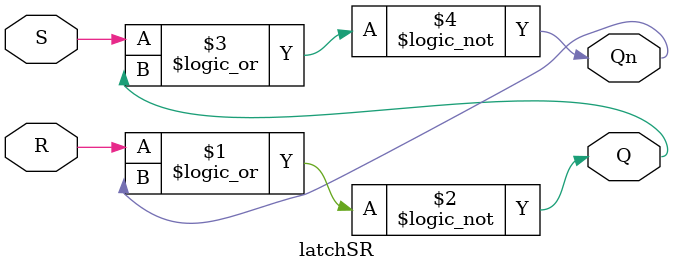
<source format=v>
module latchSR(input  wire S, R,
               output wire Q, Qn);

    assign Q = !(R || Qn);
    assign Qn = !(S || Q);

endmodule
</source>
